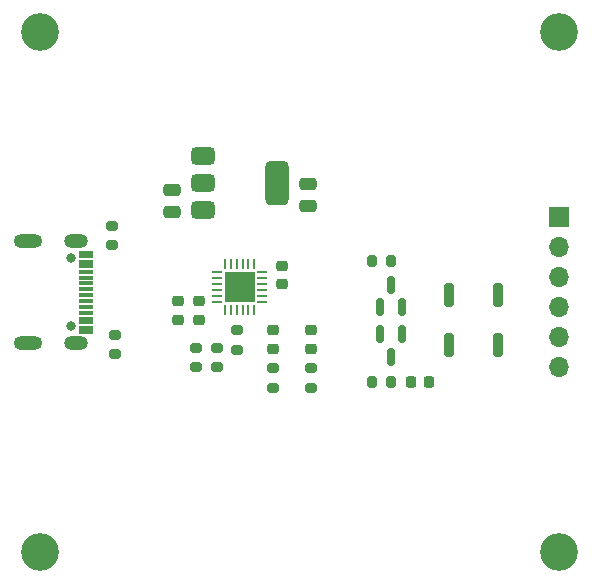
<source format=gbr>
%TF.GenerationSoftware,KiCad,Pcbnew,8.0.2*%
%TF.CreationDate,2024-06-01T19:49:29+09:00*%
%TF.ProjectId,esp8266writer,65737038-3236-4367-9772-697465722e6b,rev?*%
%TF.SameCoordinates,Original*%
%TF.FileFunction,Soldermask,Top*%
%TF.FilePolarity,Negative*%
%FSLAX46Y46*%
G04 Gerber Fmt 4.6, Leading zero omitted, Abs format (unit mm)*
G04 Created by KiCad (PCBNEW 8.0.2) date 2024-06-01 19:49:29*
%MOMM*%
%LPD*%
G01*
G04 APERTURE LIST*
G04 Aperture macros list*
%AMRoundRect*
0 Rectangle with rounded corners*
0 $1 Rounding radius*
0 $2 $3 $4 $5 $6 $7 $8 $9 X,Y pos of 4 corners*
0 Add a 4 corners polygon primitive as box body*
4,1,4,$2,$3,$4,$5,$6,$7,$8,$9,$2,$3,0*
0 Add four circle primitives for the rounded corners*
1,1,$1+$1,$2,$3*
1,1,$1+$1,$4,$5*
1,1,$1+$1,$6,$7*
1,1,$1+$1,$8,$9*
0 Add four rect primitives between the rounded corners*
20,1,$1+$1,$2,$3,$4,$5,0*
20,1,$1+$1,$4,$5,$6,$7,0*
20,1,$1+$1,$6,$7,$8,$9,0*
20,1,$1+$1,$8,$9,$2,$3,0*%
G04 Aperture macros list end*
%ADD10RoundRect,0.225000X-0.250000X0.225000X-0.250000X-0.225000X0.250000X-0.225000X0.250000X0.225000X0*%
%ADD11RoundRect,0.200000X0.275000X-0.200000X0.275000X0.200000X-0.275000X0.200000X-0.275000X-0.200000X0*%
%ADD12RoundRect,0.200000X-0.275000X0.200000X-0.275000X-0.200000X0.275000X-0.200000X0.275000X0.200000X0*%
%ADD13RoundRect,0.200000X0.200000X0.800000X-0.200000X0.800000X-0.200000X-0.800000X0.200000X-0.800000X0*%
%ADD14RoundRect,0.200000X0.200000X0.275000X-0.200000X0.275000X-0.200000X-0.275000X0.200000X-0.275000X0*%
%ADD15RoundRect,0.062500X-0.350000X-0.062500X0.350000X-0.062500X0.350000X0.062500X-0.350000X0.062500X0*%
%ADD16RoundRect,0.062500X-0.062500X-0.350000X0.062500X-0.350000X0.062500X0.350000X-0.062500X0.350000X0*%
%ADD17R,2.600000X2.600000*%
%ADD18RoundRect,0.218750X-0.256250X0.218750X-0.256250X-0.218750X0.256250X-0.218750X0.256250X0.218750X0*%
%ADD19RoundRect,0.150000X0.150000X-0.587500X0.150000X0.587500X-0.150000X0.587500X-0.150000X-0.587500X0*%
%ADD20RoundRect,0.250000X0.475000X-0.250000X0.475000X0.250000X-0.475000X0.250000X-0.475000X-0.250000X0*%
%ADD21C,0.800000*%
%ADD22R,1.270000X0.300000*%
%ADD23O,2.000000X1.200000*%
%ADD24O,2.400000X1.200000*%
%ADD25RoundRect,0.250000X-0.475000X0.250000X-0.475000X-0.250000X0.475000X-0.250000X0.475000X0.250000X0*%
%ADD26C,3.200000*%
%ADD27RoundRect,0.225000X-0.225000X-0.250000X0.225000X-0.250000X0.225000X0.250000X-0.225000X0.250000X0*%
%ADD28RoundRect,0.375000X-0.625000X-0.375000X0.625000X-0.375000X0.625000X0.375000X-0.625000X0.375000X0*%
%ADD29RoundRect,0.500000X-0.500000X-1.400000X0.500000X-1.400000X0.500000X1.400000X-0.500000X1.400000X0*%
%ADD30RoundRect,0.150000X-0.150000X0.587500X-0.150000X-0.587500X0.150000X-0.587500X0.150000X0.587500X0*%
%ADD31RoundRect,0.225000X0.250000X-0.225000X0.250000X0.225000X-0.250000X0.225000X-0.250000X-0.225000X0*%
%ADD32R,1.700000X1.700000*%
%ADD33O,1.700000X1.700000*%
G04 APERTURE END LIST*
D10*
%TO.C,C3*%
X91500000Y-75762500D03*
X91500000Y-77312500D03*
%TD*%
D11*
%TO.C,R4*%
X93000000Y-81362500D03*
X93000000Y-79712500D03*
%TD*%
D12*
%TO.C,R5*%
X94750000Y-78212500D03*
X94750000Y-79862500D03*
%TD*%
D13*
%TO.C,SW1*%
X116850000Y-79500000D03*
X112650000Y-79500000D03*
%TD*%
D11*
%TO.C,R1*%
X84400000Y-80225000D03*
X84400000Y-78575000D03*
%TD*%
D13*
%TO.C,SW2*%
X116850000Y-75250000D03*
X112650000Y-75250000D03*
%TD*%
D14*
%TO.C,R8*%
X107800000Y-72312500D03*
X106150000Y-72312500D03*
%TD*%
D15*
%TO.C,U1*%
X93000000Y-73287500D03*
X93000000Y-73787500D03*
X93000000Y-74287500D03*
X93000000Y-74787500D03*
X93000000Y-75287500D03*
X93000000Y-75787500D03*
D16*
X93687500Y-76475000D03*
X94187500Y-76475000D03*
X94687500Y-76475000D03*
X95187500Y-76475000D03*
X95687500Y-76475000D03*
X96187500Y-76475000D03*
D15*
X96875000Y-75787500D03*
X96875000Y-75287500D03*
X96875000Y-74787500D03*
X96875000Y-74287500D03*
X96875000Y-73787500D03*
X96875000Y-73287500D03*
D16*
X96187500Y-72600000D03*
X95687500Y-72600000D03*
X95187500Y-72600000D03*
X94687500Y-72600000D03*
X94187500Y-72600000D03*
X93687500Y-72600000D03*
D17*
X94937500Y-74537500D03*
%TD*%
D18*
%TO.C,D1*%
X101000000Y-78212500D03*
X101000000Y-79787500D03*
%TD*%
D12*
%TO.C,R6*%
X101000000Y-81425000D03*
X101000000Y-83075000D03*
%TD*%
D10*
%TO.C,C2*%
X89750000Y-75762500D03*
X89750000Y-77312500D03*
%TD*%
D19*
%TO.C,Q2*%
X106800000Y-76250000D03*
X108700000Y-76250000D03*
X107750000Y-74375000D03*
%TD*%
D12*
%TO.C,R3*%
X91250000Y-79712500D03*
X91250000Y-81362500D03*
%TD*%
D20*
%TO.C,C5*%
X89250000Y-68200000D03*
X89250000Y-66300000D03*
%TD*%
D21*
%TO.C,J1*%
X80704000Y-72110000D03*
X80704000Y-77890000D03*
D22*
X81950000Y-71650000D03*
X81950000Y-72450000D03*
X81950000Y-73750000D03*
X81950000Y-74750000D03*
X81950000Y-75250000D03*
X81950000Y-76250000D03*
X81950000Y-77550000D03*
X81950000Y-78350000D03*
X81950000Y-78050000D03*
X81950000Y-77250000D03*
X81950000Y-76750000D03*
X81950000Y-75750000D03*
X81950000Y-74250000D03*
X81950000Y-73250000D03*
X81950000Y-72750000D03*
X81950000Y-71950000D03*
D23*
X81050000Y-70680000D03*
D24*
X77050000Y-70680000D03*
D23*
X81050000Y-79318000D03*
D24*
X77050000Y-79320000D03*
%TD*%
D14*
%TO.C,R9*%
X107800000Y-82562500D03*
X106150000Y-82562500D03*
%TD*%
D25*
%TO.C,C6*%
X100750000Y-65800000D03*
X100750000Y-67700000D03*
%TD*%
D26*
%TO.C,H2*%
X122000000Y-53000000D03*
%TD*%
D27*
%TO.C,C4*%
X109450000Y-82562500D03*
X111000000Y-82562500D03*
%TD*%
D11*
%TO.C,R2*%
X84100000Y-71025000D03*
X84100000Y-69375000D03*
%TD*%
D28*
%TO.C,U2*%
X91850000Y-63450000D03*
X91850000Y-65750000D03*
D29*
X98150000Y-65750000D03*
D28*
X91850000Y-68050000D03*
%TD*%
D30*
%TO.C,Q1*%
X108700000Y-78562500D03*
X106800000Y-78562500D03*
X107750000Y-80437500D03*
%TD*%
D18*
%TO.C,D2*%
X97750000Y-78212500D03*
X97750000Y-79787500D03*
%TD*%
D26*
%TO.C,H4*%
X122000000Y-97000000D03*
%TD*%
D31*
%TO.C,C1*%
X98500000Y-74312500D03*
X98500000Y-72762500D03*
%TD*%
D26*
%TO.C,H1*%
X78000000Y-53000000D03*
%TD*%
%TO.C,H3*%
X78000000Y-97000000D03*
%TD*%
D12*
%TO.C,R7*%
X97750000Y-81425000D03*
X97750000Y-83075000D03*
%TD*%
D32*
%TO.C,J2*%
X122000000Y-68650000D03*
D33*
X122000000Y-71190000D03*
X122000000Y-73730000D03*
X122000000Y-76270000D03*
X122000000Y-78810000D03*
X122000000Y-81350000D03*
%TD*%
M02*

</source>
